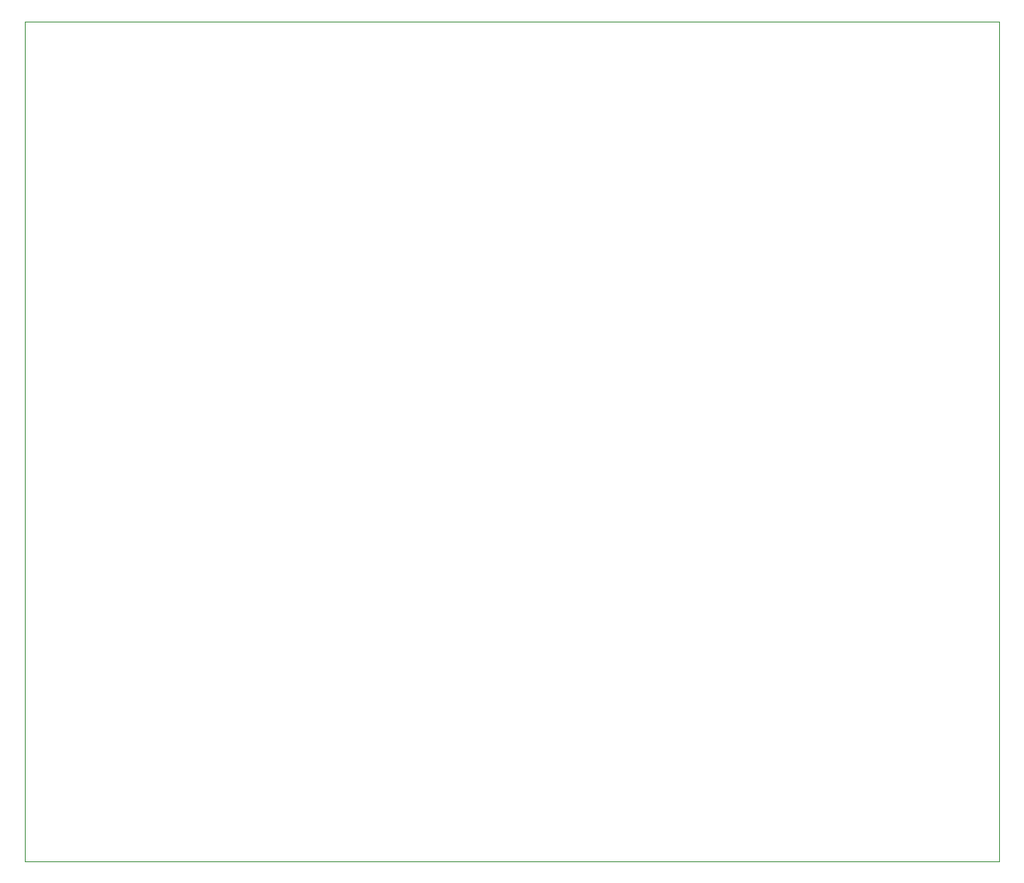
<source format=gbr>
%TF.GenerationSoftware,KiCad,Pcbnew,5.1.6-c6e7f7d~86~ubuntu16.04.1*%
%TF.CreationDate,2020-10-09T19:27:57+01:00*%
%TF.ProjectId,bluepill-pb1,626c7565-7069-46c6-9c2d-7062312e6b69,rev?*%
%TF.SameCoordinates,Original*%
%TF.FileFunction,Profile,NP*%
%FSLAX46Y46*%
G04 Gerber Fmt 4.6, Leading zero omitted, Abs format (unit mm)*
G04 Created by KiCad (PCBNEW 5.1.6-c6e7f7d~86~ubuntu16.04.1) date 2020-10-09 19:27:57*
%MOMM*%
%LPD*%
G01*
G04 APERTURE LIST*
%TA.AperFunction,Profile*%
%ADD10C,0.050000*%
%TD*%
G04 APERTURE END LIST*
D10*
X179070000Y-115580000D02*
X179100000Y-135800000D01*
X76200000Y-115580000D02*
X76200000Y-135800000D01*
X76200000Y-135800000D02*
X179070000Y-135800000D01*
X76200000Y-47000000D02*
X76200000Y-115580000D01*
X179070000Y-47000000D02*
X76200000Y-47000000D01*
X179070000Y-115580000D02*
X179070000Y-47000000D01*
M02*

</source>
